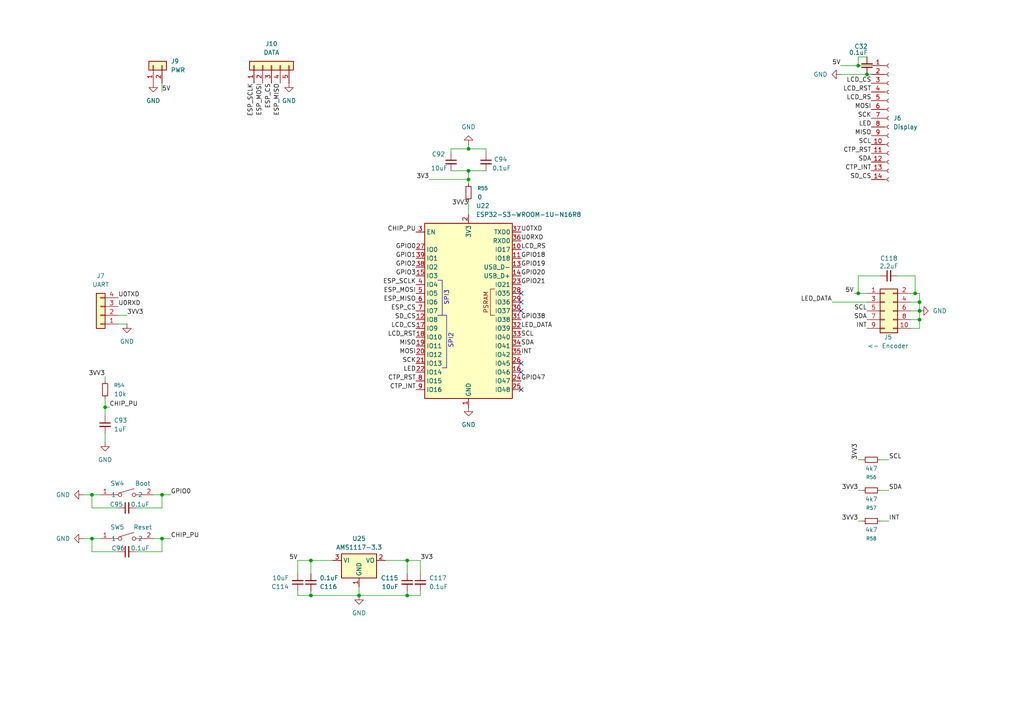
<source format=kicad_sch>
(kicad_sch (version 20250114) (generator "eeschema") (generator_version "9.0")
  (paper "A4")
  (lib_symbols
    (symbol "Connector:Conn_01x14_Socket" (pin_names (offset 1.016) (hide yes))
      (property "Reference" "J" (at 0 17.78 0))
      (property "Value" "Conn_01x14_Socket" (at 0 -20.32 0))
      (symbol "Conn_01x14_Socket_1_1"
        (polyline (pts (xy -1.27 15.24) (xy -0.508 15.24)) (stroke (width 0.1524)))
        (polyline (pts (xy -1.27 12.7) (xy -0.508 12.7)) (stroke (width 0.1524)))
        (polyline (pts (xy -1.27 10.16) (xy -0.508 10.16)) (stroke (width 0.1524)))
        (polyline (pts (xy -1.27 7.62) (xy -0.508 7.62)) (stroke (width 0.1524)))
        (polyline (pts (xy -1.27 5.08) (xy -0.508 5.08)) (stroke (width 0.1524)))
        (polyline (pts (xy -1.27 2.54) (xy -0.508 2.54)) (stroke (width 0.1524)))
        (polyline (pts (xy -1.27 0) (xy -0.508 0)) (stroke (width 0.1524)))
        (polyline (pts (xy -1.27 -2.54) (xy -0.508 -2.54)) (stroke (width 0.1524)))
        (polyline (pts (xy -1.27 -5.08) (xy -0.508 -5.08)) (stroke (width 0.1524)))
        (polyline (pts (xy -1.27 -7.62) (xy -0.508 -7.62)) (stroke (width 0.1524)))
        (polyline (pts (xy -1.27 -10.16) (xy -0.508 -10.16)) (stroke (width 0.1524)))
        (polyline (pts (xy -1.27 -12.7) (xy -0.508 -12.7)) (stroke (width 0.1524)))
        (polyline (pts (xy -1.27 -15.24) (xy -0.508 -15.24)) (stroke (width 0.1524)))
        (polyline (pts (xy -1.27 -17.78) (xy -0.508 -17.78)) (stroke (width 0.1524)))
        (arc (start 0 14.732) (mid -0.5058 15.24) (end 0 15.748) (stroke (width 0.1524)))
        (arc (start 0 12.192) (mid -0.5058 12.7) (end 0 13.208) (stroke (width 0.1524)))
        (arc (start 0 9.652) (mid -0.5058 10.16) (end 0 10.668) (stroke (width 0.1524)))
        (arc (start 0 7.112) (mid -0.5058 7.62) (end 0 8.128) (stroke (width 0.1524)))
        (arc (start 0 4.572) (mid -0.5058 5.08) (end 0 5.588) (stroke (width 0.1524)))
        (arc (start 0 2.032) (mid -0.5058 2.54) (end 0 3.048) (stroke (width 0.1524)))
        (arc (start 0 -0.508) (mid -0.5058 0) (end 0 0.508) (stroke (width 0.1524)))
        (arc (start 0 -3.048) (mid -0.5058 -2.54) (end 0 -2.032) (stroke (width 0.1524)))
        (arc (start 0 -5.588) (mid -0.5058 -5.08) (end 0 -4.572) (stroke (width 0.1524)))
        (arc (start 0 -8.128) (mid -0.5058 -7.62) (end 0 -7.112) (stroke (width 0.1524)))
        (arc (start 0 -10.668) (mid -0.5058 -10.16) (end 0 -9.652) (stroke (width 0.1524)))
        (arc (start 0 -13.208) (mid -0.5058 -12.7) (end 0 -12.192) (stroke (width 0.1524)))
        (arc (start 0 -15.748) (mid -0.5058 -15.24) (end 0 -14.732) (stroke (width 0.1524)))
        (arc (start 0 -18.288) (mid -0.5058 -17.78) (end 0 -17.272) (stroke (width 0.1524)))
        (pin passive line (at -5.08 15.24 0) (length 3.81) (name "Pin_1") (number "1"))
        (pin passive line (at -5.08 12.7 0) (length 3.81) (name "Pin_2") (number "2"))
        (pin passive line (at -5.08 10.16 0) (length 3.81) (name "Pin_3") (number "3"))
        (pin passive line (at -5.08 7.62 0) (length 3.81) (name "Pin_4") (number "4"))
        (pin passive line (at -5.08 5.08 0) (length 3.81) (name "Pin_5") (number "5"))
        (pin passive line (at -5.08 2.54 0) (length 3.81) (name "Pin_6") (number "6"))
        (pin passive line (at -5.08 0 0) (length 3.81) (name "Pin_7") (number "7"))
        (pin passive line (at -5.08 -2.54 0) (length 3.81) (name "Pin_8") (number "8"))
        (pin passive line (at -5.08 -5.08 0) (length 3.81) (name "Pin_9") (number "9"))
        (pin passive line (at -5.08 -7.62 0) (length 3.81) (name "Pin_10") (number "10"))
        (pin passive line (at -5.08 -10.16 0) (length 3.81) (name "Pin_11") (number "11"))
        (pin passive line (at -5.08 -12.7 0) (length 3.81) (name "Pin_12") (number "12"))
        (pin passive line (at -5.08 -15.24 0) (length 3.81) (name "Pin_13") (number "13"))
        (pin passive line (at -5.08 -17.78 0) (length 3.81) (name "Pin_14") (number "14"))
      )
    )
    (symbol "Connector_Generic:Conn_01x02" (pin_names (offset 1.016) (hide yes))
      (property "Reference" "J" (at 0 2.54 0))
      (property "Value" "Conn_01x02" (at 0 -5.08 0))
      (symbol "Conn_01x02_1_1"
        (rectangle (start -1.27 1.27) (end 1.27 -3.81) (stroke (width 0.254)) (fill (type background)))
        (rectangle (start -1.27 0.127) (end 0 -0.127) (stroke (width 0.1524)))
        (rectangle (start -1.27 -2.413) (end 0 -2.667) (stroke (width 0.1524)))
        (pin passive line (at -5.08 0 0) (length 3.81) (name "Pin_1") (number "1"))
        (pin passive line (at -5.08 -2.54 0) (length 3.81) (name "Pin_2") (number "2"))
      )
    )
    (symbol "Connector_Generic:Conn_01x04" (pin_names (offset 1.016) (hide yes))
      (property "Reference" "J" (at 0 5.08 0))
      (property "Value" "Conn_01x04" (at 0 -7.62 0))
      (symbol "Conn_01x04_1_1"
        (rectangle (start -1.27 3.81) (end 1.27 -6.35) (stroke (width 0.254)) (fill (type background)))
        (rectangle (start -1.27 2.667) (end 0 2.413) (stroke (width 0.1524)))
        (rectangle (start -1.27 0.127) (end 0 -0.127) (stroke (width 0.1524)))
        (rectangle (start -1.27 -2.413) (end 0 -2.667) (stroke (width 0.1524)))
        (rectangle (start -1.27 -4.953) (end 0 -5.207) (stroke (width 0.1524)))
        (pin passive line (at -5.08 2.54 0) (length 3.81) (name "Pin_1") (number "1"))
        (pin passive line (at -5.08 0 0) (length 3.81) (name "Pin_2") (number "2"))
        (pin passive line (at -5.08 -2.54 0) (length 3.81) (name "Pin_3") (number "3"))
        (pin passive line (at -5.08 -5.08 0) (length 3.81) (name "Pin_4") (number "4"))
      )
    )
    (symbol "Connector_Generic:Conn_01x05" (pin_names (offset 1.016) (hide yes))
      (property "Reference" "J" (at 0 7.62 0))
      (property "Value" "Conn_01x05" (at 0 -7.62 0))
      (symbol "Conn_01x05_1_1"
        (rectangle (start -1.27 6.35) (end 1.27 -6.35) (stroke (width 0.254)) (fill (type background)))
        (rectangle (start -1.27 5.207) (end 0 4.953) (stroke (width 0.1524)))
        (rectangle (start -1.27 2.667) (end 0 2.413) (stroke (width 0.1524)))
        (rectangle (start -1.27 0.127) (end 0 -0.127) (stroke (width 0.1524)))
        (rectangle (start -1.27 -2.413) (end 0 -2.667) (stroke (width 0.1524)))
        (rectangle (start -1.27 -4.953) (end 0 -5.207) (stroke (width 0.1524)))
        (pin passive line (at -5.08 5.08 0) (length 3.81) (name "Pin_1") (number "1"))
        (pin passive line (at -5.08 2.54 0) (length 3.81) (name "Pin_2") (number "2"))
        (pin passive line (at -5.08 0 0) (length 3.81) (name "Pin_3") (number "3"))
        (pin passive line (at -5.08 -2.54 0) (length 3.81) (name "Pin_4") (number "4"))
        (pin passive line (at -5.08 -5.08 0) (length 3.81) (name "Pin_5") (number "5"))
      )
    )
    (symbol "Connector_Generic:Conn_02x05_Odd_Even" (pin_names (offset 1.016) (hide yes))
      (property "Reference" "J" (at 1.27 7.62 0))
      (property "Value" "Conn_02x05_Odd_Even" (at 1.27 -7.62 0))
      (symbol "Conn_02x05_Odd_Even_1_1"
        (rectangle (start -1.27 6.35) (end 3.81 -6.35) (stroke (width 0.254)) (fill (type background)))
        (rectangle (start -1.27 5.207) (end 0 4.953) (stroke (width 0.1524)))
        (rectangle (start -1.27 2.667) (end 0 2.413) (stroke (width 0.1524)))
        (rectangle (start -1.27 0.127) (end 0 -0.127) (stroke (width 0.1524)))
        (rectangle (start -1.27 -2.413) (end 0 -2.667) (stroke (width 0.1524)))
        (rectangle (start -1.27 -4.953) (end 0 -5.207) (stroke (width 0.1524)))
        (rectangle (start 3.81 5.207) (end 2.54 4.953) (stroke (width 0.1524)))
        (rectangle (start 3.81 2.667) (end 2.54 2.413) (stroke (width 0.1524)))
        (rectangle (start 3.81 0.127) (end 2.54 -0.127) (stroke (width 0.1524)))
        (rectangle (start 3.81 -2.413) (end 2.54 -2.667) (stroke (width 0.1524)))
        (rectangle (start 3.81 -4.953) (end 2.54 -5.207) (stroke (width 0.1524)))
        (pin passive line (at -5.08 5.08 0) (length 3.81) (name "Pin_1") (number "1"))
        (pin passive line (at -5.08 2.54 0) (length 3.81) (name "Pin_3") (number "3"))
        (pin passive line (at -5.08 0 0) (length 3.81) (name "Pin_5") (number "5"))
        (pin passive line (at -5.08 -2.54 0) (length 3.81) (name "Pin_7") (number "7"))
        (pin passive line (at -5.08 -5.08 0) (length 3.81) (name "Pin_9") (number "9"))
        (pin passive line (at 7.62 5.08 180) (length 3.81) (name "Pin_2") (number "2"))
        (pin passive line (at 7.62 2.54 180) (length 3.81) (name "Pin_4") (number "4"))
        (pin passive line (at 7.62 0 180) (length 3.81) (name "Pin_6") (number "6"))
        (pin passive line (at 7.62 -2.54 180) (length 3.81) (name "Pin_8") (number "8"))
        (pin passive line (at 7.62 -5.08 180) (length 3.81) (name "Pin_10") (number "10"))
      )
    )
    (symbol "Device:C_Small" (pin_numbers (hide yes)) (pin_names (offset 0.254) (hide yes))
      (property "Reference" "C" (at 0.254 1.778 0))
      (property "Value" "C_Small" (at 0.254 -2.032 0))
      (symbol "C_Small_0_1"
        (polyline (pts (xy -1.524 0.508) (xy 1.524 0.508)) (stroke (width 0.3048)))
        (polyline (pts (xy -1.524 -0.508) (xy 1.524 -0.508)) (stroke (width 0.3302)))
      )
      (symbol "C_Small_1_1"
        (pin passive line (at 0 2.54 270) (length 2.032) (name "~") (number "1"))
        (pin passive line (at 0 -2.54 90) (length 2.032) (name "~") (number "2"))
      )
    )
    (symbol "Device:R_Small" (pin_numbers (hide yes)) (pin_names (offset 0.254) (hide yes))
      (property "Reference" "R" (at 0 0 90))
      (property "Value" "R_Small" (at 1.778 0 90))
      (symbol "R_Small_0_1"
        (rectangle (start -0.762 1.778) (end 0.762 -1.778) (stroke (width 0.2032)))
      )
      (symbol "R_Small_1_1"
        (pin passive line (at 0 2.54 270) (length 0.762) (name "~") (number "1"))
        (pin passive line (at 0 -2.54 90) (length 0.762) (name "~") (number "2"))
      )
    )
    (symbol "RF_Module:ESP32-S3-WROOM-1"
      (property "Reference" "U" (at -12.7 26.67 0))
      (property "Value" "ESP32-S3-WROOM-1" (at 12.7 26.67 0))
      (symbol "ESP32-S3-WROOM-1_0_0"
        (rectangle (start -12.7 25.4) (end 12.7 -25.4) (stroke (width 0.254)) (fill (type background)))
        (text "PSRAM" (at 5.08 2.54 900) (effects (font (size 1.27 1.27))))
      )
      (symbol "ESP32-S3-WROOM-1_0_1"
        (polyline (pts (xy 7.62 -1.27) (xy 6.35 -1.27) (xy 6.35 6.35) (xy 7.62 6.35)))
      )
      (symbol "ESP32-S3-WROOM-1_1_1"
        (pin input line (at -15.24 22.86 0) (length 2.54) (name "EN") (number "3"))
        (pin bidirectional line (at -15.24 17.78 0) (length 2.54) (name "IO0") (number "27"))
        (pin bidirectional line (at -15.24 15.24 0) (length 2.54) (name "IO1") (number "39"))
        (pin bidirectional line (at -15.24 12.7 0) (length 2.54) (name "IO2") (number "38"))
        (pin bidirectional line (at -15.24 10.16 0) (length 2.54) (name "IO3") (number "15"))
        (pin bidirectional line (at -15.24 7.62 0) (length 2.54) (name "IO4") (number "4"))
        (pin bidirectional line (at -15.24 5.08 0) (length 2.54) (name "IO5") (number "5"))
        (pin bidirectional line (at -15.24 2.54 0) (length 2.54) (name "IO6") (number "6"))
        (pin bidirectional line (at -15.24 0 0) (length 2.54) (name "IO7") (number "7"))
        (pin bidirectional line (at -15.24 -2.54 0) (length 2.54) (name "IO8") (number "12"))
        (pin bidirectional line (at -15.24 -5.08 0) (length 2.54) (name "IO9") (number "17"))
        (pin bidirectional line (at -15.24 -7.62 0) (length 2.54) (name "IO10") (number "18"))
        (pin bidirectional line (at -15.24 -10.16 0) (length 2.54) (name "IO11") (number "19"))
        (pin bidirectional line (at -15.24 -12.7 0) (length 2.54) (name "IO12") (number "20"))
        (pin bidirectional line (at -15.24 -15.24 0) (length 2.54) (name "IO13") (number "21"))
        (pin bidirectional line (at -15.24 -17.78 0) (length 2.54) (name "IO14") (number "22"))
        (pin bidirectional line (at -15.24 -20.32 0) (length 2.54) (name "IO15") (number "8"))
        (pin bidirectional line (at -15.24 -22.86 0) (length 2.54) (name "IO16") (number "9"))
        (pin power_in line (at 0 27.94 270) (length 2.54) (name "3V3") (number "2"))
        (pin power_in line (at 0 -27.94 90) (length 2.54) (name "GND") (number "1"))
        (pin passive line (at 0 -27.94 90) (length 2.54) (hide yes) (name "GND") (number "40"))
        (pin passive line (at 0 -27.94 90) (length 2.54) (hide yes) (name "GND") (number "41"))
        (pin bidirectional line (at 15.24 22.86 180) (length 2.54) (name "TXD0") (number "37"))
        (pin bidirectional line (at 15.24 20.32 180) (length 2.54) (name "RXD0") (number "36"))
        (pin bidirectional line (at 15.24 17.78 180) (length 2.54) (name "IO17") (number "10"))
        (pin bidirectional line (at 15.24 15.24 180) (length 2.54) (name "IO18") (number "11"))
        (pin bidirectional line (at 15.24 12.7 180) (length 2.54) (name "USB_D-") (number "13"))
        (pin bidirectional line (at 15.24 10.16 180) (length 2.54) (name "USB_D+") (number "14"))
        (pin bidirectional line (at 15.24 7.62 180) (length 2.54) (name "IO21") (number "23"))
        (pin bidirectional line (at 15.24 5.08 180) (length 2.54) (name "IO35") (number "28"))
        (pin bidirectional line (at 15.24 2.54 180) (length 2.54) (name "IO36") (number "29"))
        (pin bidirectional line (at 15.24 0 180) (length 2.54) (name "IO37") (number "30"))
        (pin bidirectional line (at 15.24 -2.54 180) (length 2.54) (name "IO38") (number "31"))
        (pin bidirectional line (at 15.24 -5.08 180) (length 2.54) (name "IO39") (number "32"))
        (pin bidirectional line (at 15.24 -7.62 180) (length 2.54) (name "IO40") (number "33"))
        (pin bidirectional line (at 15.24 -10.16 180) (length 2.54) (name "IO41") (number "34"))
        (pin bidirectional line (at 15.24 -12.7 180) (length 2.54) (name "IO42") (number "35"))
        (pin bidirectional line (at 15.24 -15.24 180) (length 2.54) (name "IO45") (number "26"))
        (pin bidirectional line (at 15.24 -17.78 180) (length 2.54) (name "IO46") (number "16"))
        (pin bidirectional line (at 15.24 -20.32 180) (length 2.54) (name "IO47") (number "24"))
        (pin bidirectional line (at 15.24 -22.86 180) (length 2.54) (name "IO48") (number "25"))
      )
    )
    (symbol "Regulator_Linear:AMS1117-3.3"
      (property "Reference" "U" (at -3.81 3.175 0))
      (property "Value" "AMS1117-3.3" (at 0 3.175 0))
      (symbol "AMS1117-3.3_0_1"
        (rectangle (start -5.08 -5.08) (end 5.08 1.905) (stroke (width 0.254)) (fill (type background)))
      )
      (symbol "AMS1117-3.3_1_1"
        (pin power_in line (at -7.62 0 0) (length 2.54) (name "VI") (number "3"))
        (pin power_in line (at 0 -7.62 90) (length 2.54) (name "GND") (number "1"))
        (pin power_out line (at 7.62 0 180) (length 2.54) (name "VO") (number "2"))
      )
    )
    (symbol "easyeda2kicad:TS-1088-AR02016"
      (property "Reference" "SW" (at 0 5.08 0))
      (property "Value" "TS-1088-AR02016" (at 0 -5.08 0))
      (symbol "TS-1088-AR02016_0_1"
        (polyline (pts (xy -5.08 0) (xy -2.54 0)))
        (polyline (pts (xy -2.29 0.51) (xy 2.03 1.78)))
        (circle (center -2.03 0) (radius 0.51))
        (circle (center 2.03 0) (radius 0.51))
        (polyline (pts (xy 5.08 0) (xy 2.54 0)))
        (pin unspecified line (at -7.62 0 0) (length 2.54) (name "1") (number "1"))
        (pin unspecified line (at 7.62 0 180) (length 2.54) (name "2") (number "2"))
      )
    )
    (symbol "power:GND" (power) (pin_numbers (hide yes)) (pin_names (offset 0) (hide yes))
      (property "Value" "GND" (at 0 -3.81 0))
      (symbol "GND_0_1"
        (polyline (pts (xy 0 0) (xy 0 -1.27) (xy 1.27 -1.27) (xy 0 -2.54) (xy -1.27 -1.27) (xy 0 -1.27)))
      )
      (symbol "GND_1_1"
        (pin power_in line (at 0 0 270) (length 0) (name "~") (number "1"))
      )
    )
  )
  (text "SPI2" (at 130.81 98.806 90) (effects (font (size 1.27 1.27))))
  (text "SPI3" (at 129.54 86.36 90) (effects (font (size 1.27 1.27))))
  (junction (at 266.7 92.71))
  (junction (at 46.99 156.21))
  (junction (at 135.89 49.53))
  (junction (at 26.67 143.51))
  (junction (at 135.89 43.18))
  (junction (at 118.11 162.56))
  (junction (at 248.92 19.05))
  (junction (at 265.43 85.09))
  (junction (at 104.14 172.72))
  (junction (at 118.11 172.72))
  (junction (at 26.67 156.21))
  (junction (at 266.7 90.17))
  (junction (at 46.99 143.51))
  (junction (at 90.17 162.56))
  (junction (at 30.48 118.11))
  (junction (at 266.7 87.63))
  (junction (at 248.92 85.09))
  (junction (at 90.17 172.72))
  (junction (at 135.89 52.07))
  (junction (at 251.46 21.59))
  (no_connect (at 151.13 85.09))
  (no_connect (at 151.13 113.03))
  (no_connect (at 151.13 87.63))
  (no_connect (at 151.13 90.17))
  (no_connect (at 151.13 105.41))
  (no_connect (at 151.13 107.95))
  (wire (pts (xy 241.3 87.63) (xy 251.46 87.63)))
  (wire (pts (xy 90.17 162.56) (xy 96.52 162.56)))
  (wire (pts (xy 39.37 147.32) (xy 46.99 147.32)))
  (wire (pts (xy 26.67 156.21) (xy 29.21 156.21)))
  (wire (pts (xy 248.92 80.01) (xy 255.27 80.01)))
  (wire (pts (xy 248.92 142.24) (xy 250.19 142.24)))
  (wire (pts (xy 46.99 156.21) (xy 44.45 156.21)))
  (wire (pts (xy 255.27 133.35) (xy 257.81 133.35)))
  (wire (pts (xy 248.92 85.09) (xy 251.46 85.09)))
  (wire (pts (xy 130.81 43.18) (xy 135.89 43.18)))
  (wire (pts (xy 135.89 58.42) (xy 135.89 62.23)))
  (wire (pts (xy 266.7 95.25) (xy 264.16 95.25)))
  (wire (pts (xy 255.27 151.13) (xy 257.81 151.13)))
  (wire (pts (xy 248.92 151.13) (xy 250.19 151.13)))
  (wire (pts (xy 46.99 160.02) (xy 46.99 156.21)))
  (polyline (pts (xy 129.54 91.44) (xy 127 91.44)))
  (wire (pts (xy 34.29 160.02) (xy 26.67 160.02)))
  (wire (pts (xy 248.92 19.05) (xy 252.73 19.05)))
  (wire (pts (xy 30.48 118.11) (xy 30.48 115.57)))
  (wire (pts (xy 130.81 49.53) (xy 135.89 49.53)))
  (wire (pts (xy 135.89 43.18) (xy 135.89 41.91)))
  (wire (pts (xy 30.48 125.73) (xy 30.48 128.27)))
  (wire (pts (xy 266.7 90.17) (xy 264.16 90.17)))
  (wire (pts (xy 111.76 162.56) (xy 118.11 162.56)))
  (wire (pts (xy 118.11 172.72) (xy 121.92 172.72)))
  (wire (pts (xy 26.67 160.02) (xy 26.67 156.21)))
  (wire (pts (xy 266.7 92.71) (xy 266.7 90.17)))
  (wire (pts (xy 24.13 156.21) (xy 26.67 156.21)))
  (wire (pts (xy 86.36 162.56) (xy 90.17 162.56)))
  (wire (pts (xy 265.43 85.09) (xy 265.43 80.01)))
  (wire (pts (xy 265.43 80.01) (xy 260.35 80.01)))
  (wire (pts (xy 86.36 172.72) (xy 86.36 171.45)))
  (wire (pts (xy 135.89 43.18) (xy 140.97 43.18)))
  (wire (pts (xy 264.16 87.63) (xy 266.7 87.63)))
  (wire (pts (xy 248.92 85.09) (xy 248.92 80.01)))
  (wire (pts (xy 264.16 92.71) (xy 266.7 92.71)))
  (wire (pts (xy 265.43 85.09) (xy 266.7 85.09)))
  (wire (pts (xy 243.84 19.05) (xy 248.92 19.05)))
  (wire (pts (xy 118.11 171.45) (xy 118.11 172.72)))
  (polyline (pts (xy 128.27 106.68) (xy 129.54 106.68)))
  (wire (pts (xy 46.99 147.32) (xy 46.99 143.51)))
  (wire (pts (xy 255.27 142.24) (xy 257.81 142.24)))
  (wire (pts (xy 90.17 172.72) (xy 104.14 172.72)))
  (wire (pts (xy 46.99 143.51) (xy 44.45 143.51)))
  (wire (pts (xy 118.11 166.37) (xy 118.11 162.56)))
  (wire (pts (xy 266.7 92.71) (xy 266.7 95.25)))
  (wire (pts (xy 121.92 172.72) (xy 121.92 171.45)))
  (wire (pts (xy 247.65 85.09) (xy 248.92 85.09)))
  (wire (pts (xy 135.89 49.53) (xy 140.97 49.53)))
  (wire (pts (xy 104.14 172.72) (xy 104.14 170.18)))
  (wire (pts (xy 30.48 109.22) (xy 30.48 110.49)))
  (wire (pts (xy 135.89 52.07) (xy 135.89 53.34)))
  (wire (pts (xy 266.7 85.09) (xy 266.7 87.63)))
  (wire (pts (xy 90.17 172.72) (xy 90.17 171.45)))
  (wire (pts (xy 243.84 21.59) (xy 251.46 21.59)))
  (polyline (pts (xy 127 91.44) (xy 128.27 91.44)))
  (wire (pts (xy 135.89 49.53) (xy 135.89 52.07)))
  (wire (pts (xy 130.81 43.18) (xy 130.81 44.45)))
  (wire (pts (xy 90.17 166.37) (xy 90.17 162.56)))
  (wire (pts (xy 251.46 21.59) (xy 252.73 21.59)))
  (wire (pts (xy 34.29 147.32) (xy 26.67 147.32)))
  (wire (pts (xy 124.46 52.07) (xy 135.89 52.07)))
  (wire (pts (xy 248.92 16.51) (xy 248.92 19.05)))
  (wire (pts (xy 26.67 147.32) (xy 26.67 143.51)))
  (wire (pts (xy 118.11 162.56) (xy 121.92 162.56)))
  (wire (pts (xy 264.16 85.09) (xy 265.43 85.09)))
  (wire (pts (xy 46.99 26.67) (xy 46.99 24.13)))
  (wire (pts (xy 121.92 162.56) (xy 121.92 166.37)))
  (wire (pts (xy 34.29 91.44) (xy 36.83 91.44)))
  (polyline (pts (xy 129.54 106.68) (xy 129.54 91.44)))
  (polyline (pts (xy 127 81.28) (xy 128.27 81.28)))
  (wire (pts (xy 248.92 133.35) (xy 250.19 133.35)))
  (wire (pts (xy 49.53 143.51) (xy 46.99 143.51)))
  (wire (pts (xy 104.14 172.72) (xy 118.11 172.72)))
  (wire (pts (xy 30.48 118.11) (xy 30.48 120.65)))
  (wire (pts (xy 49.53 156.21) (xy 46.99 156.21)))
  (wire (pts (xy 39.37 160.02) (xy 46.99 160.02)))
  (wire (pts (xy 26.67 143.51) (xy 29.21 143.51)))
  (wire (pts (xy 266.7 90.17) (xy 266.7 87.63)))
  (wire (pts (xy 86.36 172.72) (xy 90.17 172.72)))
  (wire (pts (xy 251.46 16.51) (xy 248.92 16.51)))
  (wire (pts (xy 31.75 118.11) (xy 30.48 118.11)))
  (wire (pts (xy 86.36 166.37) (xy 86.36 162.56)))
  (wire (pts (xy 140.97 43.18) (xy 140.97 44.45)))
  (wire (pts (xy 34.29 93.98) (xy 36.83 93.98)))
  (polyline (pts (xy 128.27 91.44) (xy 128.27 81.28)))
  (wire (pts (xy 24.13 143.51) (xy 26.67 143.51)))
  (label "SCK" (at 252.73 34.29 180))
  (label "5V" (at 243.84 19.05 180))
  (label "3VV3" (at 248.92 151.13 180))
  (label "SDA" (at 151.13 100.33 0))
  (label "GPIO0" (at 49.53 143.51 0))
  (label "CHIP_PU" (at 31.75 118.11 0))
  (label "GPIO3" (at 120.65 80.01 180))
  (label "GPIO47" (at 151.13 110.49 0))
  (label "SD_CS" (at 252.73 52.07 180))
  (label "GPIO0" (at 120.65 72.39 180))
  (label "GPIO2" (at 120.65 77.47 180))
  (label "CHIP_PU" (at 49.53 156.21 0))
  (label "LCD_RST" (at 120.65 97.79 180))
  (label "MOSI" (at 252.73 31.75 180))
  (label "SD_CS" (at 120.65 92.71 180))
  (label "CTP_RST" (at 252.73 44.45 180))
  (label "LED_DATA" (at 151.13 95.25 0))
  (label "ESP_MISO" (at 120.65 87.63 180))
  (label "ESP_CS" (at 120.65 90.17 180))
  (label "U0TXD" (at 151.13 67.31 0))
  (label "ESP_CS" (at 78.74 24.13 270))
  (label "INT" (at 251.46 95.25 180))
  (label "ESP_SCLK" (at 120.65 82.55 180))
  (label "5V" (at 46.99 26.67 0))
  (label "3V3" (at 124.46 52.07 180))
  (label "CTP_INT" (at 252.73 49.53 180))
  (label "5V" (at 247.65 85.09 180))
  (label "LCD_CS" (at 252.73 24.13 180))
  (label "LCD_RS" (at 252.73 29.21 180))
  (label "MOSI" (at 120.65 102.87 180))
  (label "SCL" (at 151.13 97.79 0))
  (label "INT" (at 257.81 151.13 0))
  (label "LED_DATA" (at 241.3 87.63 180))
  (label "SCL" (at 257.81 133.35 0))
  (label "ESP_MOSI" (at 120.65 85.09 180))
  (label "U0RXD" (at 151.13 69.85 0))
  (label "GPIO1" (at 120.65 74.93 180))
  (label "3VV3" (at 36.83 91.44 0))
  (label "LCD_RST" (at 252.73 26.67 180))
  (label "LCD_CS" (at 120.65 95.25 180))
  (label "3VV3" (at 30.48 109.22 180))
  (label "SDA" (at 257.81 142.24 0))
  (label "3VV3" (at 248.92 133.35 90))
  (label "GPIO20" (at 151.13 80.01 0))
  (label "SCL" (at 251.46 90.17 180))
  (label "ESP_MOSI" (at 76.2 24.13 270))
  (label "3V3" (at 121.92 162.56 0))
  (label "SCK" (at 120.65 105.41 180))
  (label "5V" (at 86.36 162.56 180))
  (label "U0RXD" (at 34.29 88.9 0))
  (label "U0TXD" (at 34.29 86.36 0))
  (label "LED" (at 252.73 36.83 180))
  (label "GPIO38" (at 151.13 92.71 0))
  (label "INT" (at 151.13 102.87 0))
  (label "CHIP_PU" (at 120.65 67.31 180))
  (label "ESP_SCLK" (at 73.66 24.13 270))
  (label "LCD_RS" (at 151.13 72.39 0))
  (label "3VV3" (at 135.89 59.69 180))
  (label "3VV3" (at 248.92 142.24 180))
  (label "SCL" (at 252.73 41.91 180))
  (label "GPIO18" (at 151.13 74.93 0))
  (label "CTP_RST" (at 120.65 110.49 180))
  (label "SDA" (at 251.46 92.71 180))
  (label "GPIO19" (at 151.13 77.47 0))
  (label "LED" (at 120.65 107.95 180))
  (label "ESP_MISO" (at 81.28 24.13 270))
  (label "GPIO21" (at 151.13 82.55 0))
  (label "MISO" (at 120.65 100.33 180))
  (label "CTP_INT" (at 120.65 113.03 180))
  (label "MISO" (at 252.73 39.37 180))
  (label "SDA" (at 252.73 46.99 180))
  (symbol (lib_id "Device:C_Small") (at 86.36 168.91 180) (unit 1)
    (property "Reference" "C4" (at 83.82 170.1738 0) (effects (justify left)))
    (property "Value" "10uF" (at 83.82 167.6338 0) (effects (justify left)))
    (property "Footprint" "Capacitor_SMD:C_0805_2012Metric" (effects (hide yes)))
    (property "Description" "Unpolarized capacitor, small symbol" (effects (hide yes)))
    (instances (project "" (path "" (reference "C114") (unit 1))) (project "hid" (path "" (reference "C4") (unit 1))))
  )
  (symbol (lib_id "Device:C_Small") (at 30.48 123.19 0) (unit 1)
    (property "Reference" "C1" (at 33.02 121.9262 0) (effects (justify left)))
    (property "Value" "1uF" (at 33.02 124.4662 0) (effects (justify left)))
    (property "Footprint" "Capacitor_SMD:C_0603_1608Metric" (effects (hide yes)))
    (property "Description" "Unpolarized capacitor, small symbol" (effects (hide yes)))
    (instances (project "Tisch" (path "" (reference "C93") (unit 1))) (project "hid" (path "" (reference "C1") (unit 1))))
  )
  (symbol (lib_id "power:GND") (at 24.13 156.21 270) (unit 1)
    (property "Reference" "#PWR0103" (effects (hide yes)))
    (property "Value" "GND" (at 20.32 156.2099 90) (effects (justify right)))
    (property "Description" "Power symbol creates a global label with name \"GND\" , ground" (effects (hide yes)))
    (instances (project "Tisch" (path "" (reference "#PWR0126") (unit 1))) (project "hid" (path "" (reference "#PWR0103") (unit 1))))
  )
  (symbol (lib_id "Connector:Conn_01x14_Socket") (at 257.81 34.29 0) (unit 1)
    (property "Reference" "J5" (at 259.08 34.2899 0) (effects (justify left)))
    (property "Value" "Display" (at 259.08 36.8299 0) (effects (justify left)))
    (property "Footprint" "Connector_PinSocket_2.54mm:PinSocket_1x14_P2.54mm_Vertical" (effects (hide yes)))
    (property "Description" "Generic connector, single row, 01x14, script generated" (effects (hide yes)))
    (instances (project "" (path "" (reference "J6") (unit 1))) (project "hid" (path "" (reference "J5") (unit 1))))
  )
  (symbol (lib_id "Device:R_Small") (at 30.48 113.03 0) (unit 1)
    (property "Reference" "R1" (at 33.02 111.7599 0) (effects (font (size 1.016 1.016)) (justify left)))
    (property "Value" "10k" (at 33.02 114.2999 0) (effects (justify left)))
    (property "Footprint" "Resistor_SMD:R_0603_1608Metric" (effects (hide yes)))
    (property "Description" "Resistor, small symbol" (effects (hide yes)))
    (instances (project "Tisch" (path "" (reference "R54") (unit 1))) (project "hid" (path "" (reference "R1") (unit 1))))
  )
  (symbol (lib_id "Device:C_Small") (at 121.92 168.91 0) (unit 1)
    (property "Reference" "C7" (at 124.46 167.6462 0) (effects (justify left)))
    (property "Value" "0.1uF" (at 124.46 170.1862 0) (effects (justify left)))
    (property "Footprint" "Capacitor_SMD:C_0603_1608Metric" (effects (hide yes)))
    (property "Description" "Unpolarized capacitor, small symbol" (effects (hide yes)))
    (instances (project "" (path "" (reference "C117") (unit 1))) (project "hid" (path "" (reference "C7") (unit 1))))
  )
  (symbol (lib_id "Device:C_Small") (at 140.97 46.99 0) (unit 1)
    (property "Reference" "C9" (at 143.256 46.228 0) (effects (justify left)))
    (property "Value" "0.1uF" (at 142.748 48.768 0) (effects (justify left)))
    (property "Footprint" "Capacitor_SMD:C_0603_1608Metric" (effects (hide yes)))
    (property "Description" "Unpolarized capacitor, small symbol" (effects (hide yes)))
    (instances (project "Tisch" (path "" (reference "C94") (unit 1))) (project "hid" (path "" (reference "C9") (unit 1))))
  )
  (symbol (lib_id "easyeda2kicad:TS-1088-AR02016") (at 36.83 143.51 0) (unit 1)
    (property "Reference" "SW1" (at 34.036 140.208 0))
    (property "Value" "Boot" (at 41.402 140.208 0))
    (property "Footprint" "easyeda2kicad:SW-SMD_L3.9-W3.0-P4.45" (effects (hide yes)))
    (property "Datasheet" "https://lcsc.com/product-detail/Tactile-Switches_XUNPU-TS-1088-AR02016_C720477.html" (effects (hide yes)))
    (property "LCSC Part" "C720477" (effects (hide yes)))
    (instances (project "Tisch" (path "" (reference "SW4") (unit 1))) (project "hid" (path "" (reference "SW1") (unit 1))))
  )
  (symbol (lib_id "power:GND") (at 83.82 24.13 0) (unit 1)
    (property "Reference" "#PWR0109" (effects (hide yes)))
    (property "Value" "GND" (at 83.82 29.21 0))
    (property "Description" "Power symbol creates a global label with name \"GND\" , ground" (effects (hide yes)))
    (instances (project "" (path "" (reference "#PWR0132") (unit 1))) (project "hid" (path "" (reference "#PWR0109") (unit 1))))
  )
  (symbol (lib_id "Regulator_Linear:AMS1117-3.3") (at 104.14 162.56 0) (unit 1)
    (property "Reference" "U1" (at 104.14 156.21 0))
    (property "Value" "AMS1117-3.3" (at 104.14 158.75 0))
    (property "Footprint" "Package_TO_SOT_SMD:SOT-223-3_TabPin2" (effects (hide yes)))
    (property "Datasheet" "http://www.advanced-monolithic.com/pdf/ds1117.pdf" (effects (hide yes)))
    (property "Description" "1A Low Dropout regulator, positive, 3.3V fixed output, SOT-223" (effects (hide yes)))
    (instances (project "" (path "" (reference "U25") (unit 1))) (project "hid" (path "" (reference "U1") (unit 1))))
  )
  (symbol (lib_id "Connector_Generic:Conn_01x05") (at 78.74 19.05 90) (unit 1)
    (property "Reference" "J3" (at 78.74 12.7 90))
    (property "Value" "DATA" (at 78.74 15.24 90))
    (property "Footprint" "Connector_JST:JST_XH_B5B-XH-A_1x05_P2.50mm_Vertical" (effects (hide yes)))
    (property "Description" "Generic connector, single row, 01x05, script generated (kicad-library-utils/schlib/autogen/connector/)" (effects (hide yes)))
    (instances (project "" (path "" (reference "J10") (unit 1))) (project "hid" (path "" (reference "J3") (unit 1))))
  )
  (symbol (lib_id "power:GND") (at 36.83 93.98 0) (unit 1)
    (property "Reference" "#PWR0108" (effects (hide yes)))
    (property "Value" "GND" (at 36.83 99.06 0))
    (property "Description" "Power symbol creates a global label with name \"GND\" , ground" (effects (hide yes)))
    (instances (project "Tisch" (path "" (reference "#PWR0114") (unit 1))) (project "hid" (path "" (reference "#PWR0108") (unit 1))))
  )
  (symbol (lib_id "Connector_Generic:Conn_01x04") (at 29.21 91.44 180) (unit 1)
    (property "Reference" "J1" (at 29.21 80.01 0))
    (property "Value" "UART" (at 29.21 82.55 0))
    (property "Footprint" "Connector_PinHeader_2.54mm:PinHeader_1x04_P2.54mm_Vertical" (effects (hide yes)))
    (property "Description" "Generic connector, single row, 01x04, script generated (kicad-library-utils/schlib/autogen/connector/)" (effects (hide yes)))
    (instances (project "Tisch" (path "" (reference "J7") (unit 1))) (project "hid" (path "" (reference "J1") (unit 1))))
  )
  (symbol (lib_id "Device:C_Small") (at 36.83 160.02 90) (unit 1)
    (property "Reference" "C3" (at 34.29 159.004 90))
    (property "Value" "0.1uF" (at 40.64 159.004 90))
    (property "Footprint" "Capacitor_SMD:C_0603_1608Metric" (effects (hide yes)))
    (property "Description" "Unpolarized capacitor, small symbol" (effects (hide yes)))
    (instances (project "Tisch" (path "" (reference "C96") (unit 1))) (project "hid" (path "" (reference "C3") (unit 1))))
  )
  (symbol (lib_id "Device:C_Small") (at 118.11 168.91 0) (mirror y) (unit 1)
    (property "Reference" "C6" (at 115.57 167.6462 0) (effects (justify left)))
    (property "Value" "10uF" (at 115.57 170.1862 0) (effects (justify left)))
    (property "Footprint" "Capacitor_SMD:C_0805_2012Metric" (effects (hide yes)))
    (property "Description" "Unpolarized capacitor, small symbol" (effects (hide yes)))
    (instances (project "" (path "" (reference "C115") (unit 1))) (project "hid" (path "" (reference "C6") (unit 1))))
  )
  (symbol (lib_id "Device:R_Small") (at 135.89 55.88 0) (unit 1)
    (property "Reference" "R2" (at 138.43 54.6099 0) (effects (font (size 1.016 1.016)) (justify left)))
    (property "Value" "0" (at 138.43 57.1499 0) (effects (justify left)))
    (property "Footprint" "Resistor_SMD:R_0603_1608Metric" (effects (hide yes)))
    (property "Description" "Resistor, small symbol" (effects (hide yes)))
    (instances (project "Tisch" (path "" (reference "R55") (unit 1))) (project "hid" (path "" (reference "R2") (unit 1))))
  )
  (symbol (lib_id "Device:R_Small") (at 252.73 142.24 90) (mirror x) (unit 1)
    (property "Reference" "R4" (at 252.73 147.32 90) (effects (font (size 1.016 1.016))))
    (property "Value" "4k7" (at 252.73 144.78 90))
    (property "Footprint" "Resistor_SMD:R_0603_1608Metric" (effects (hide yes)))
    (property "Description" "Resistor, small symbol" (effects (hide yes)))
    (instances (project "" (path "" (reference "R57") (unit 1))) (project "hid" (path "" (reference "R4") (unit 1))))
  )
  (symbol (lib_id "easyeda2kicad:TS-1088-AR02016") (at 36.83 156.21 0) (unit 1)
    (property "Reference" "SW2" (at 34.036 152.908 0))
    (property "Value" "Reset" (at 41.402 152.908 0))
    (property "Footprint" "easyeda2kicad:SW-SMD_L3.9-W3.0-P4.45" (effects (hide yes)))
    (property "Datasheet" "https://lcsc.com/product-detail/Tactile-Switches_XUNPU-TS-1088-AR02016_C720477.html" (effects (hide yes)))
    (property "LCSC Part" "C720477" (effects (hide yes)))
    (instances (project "Tisch" (path "" (reference "SW5") (unit 1))) (project "hid" (path "" (reference "SW2") (unit 1))))
  )
  (symbol (lib_id "power:GND") (at 135.89 118.11 0) (unit 1)
    (property "Reference" "#PWR0107" (effects (hide yes)))
    (property "Value" "GND" (at 135.89 123.19 0))
    (property "Description" "Power symbol creates a global label with name \"GND\" , ground" (effects (hide yes)))
    (instances (project "Tisch" (path "" (reference "#PWR0124") (unit 1))) (project "hid" (path "" (reference "#PWR0107") (unit 1))))
  )
  (symbol (lib_id "Device:C_Small") (at 251.46 19.05 180) (unit 1)
    (property "Reference" "C32" (at 251.714 13.462 0) (effects (justify left)))
    (property "Value" "0.1uF" (at 251.714 15.24 0) (effects (justify left)))
    (property "Footprint" "Capacitor_SMD:C_0603_1608Metric" (effects (hide yes)))
    (property "Description" "Unpolarized capacitor, small symbol" (effects (hide yes)))
  )
  (symbol (lib_id "Device:C_Small") (at 257.81 80.01 90) (unit 1)
    (property "Reference" "C10" (at 257.81 74.93 90))
    (property "Value" "2.2uF" (at 257.81 77.216 90))
    (property "Footprint" "Capacitor_SMD:C_0603_1608Metric" (effects (hide yes)))
    (property "Description" "Unpolarized capacitor, small symbol" (effects (hide yes)))
    (instances (project "Tisch" (path "" (reference "C118") (unit 1))) (project "hid" (path "" (reference "C10") (unit 1))))
  )
  (symbol (lib_id "Device:R_Small") (at 252.73 151.13 90) (mirror x) (unit 1)
    (property "Reference" "R5" (at 252.73 156.21 90) (effects (font (size 1.016 1.016))))
    (property "Value" "4k7" (at 252.73 153.67 90))
    (property "Footprint" "Resistor_SMD:R_0603_1608Metric" (effects (hide yes)))
    (property "Description" "Resistor, small symbol" (effects (hide yes)))
    (instances (project "Tisch" (path "" (reference "R58") (unit 1))) (project "hid" (path "" (reference "R5") (unit 1))))
  )
  (symbol (lib_id "Device:R_Small") (at 252.73 133.35 90) (mirror x) (unit 1)
    (property "Reference" "R3" (at 252.73 138.43 90) (effects (font (size 1.016 1.016))))
    (property "Value" "4k7" (at 252.73 135.89 90))
    (property "Footprint" "Resistor_SMD:R_0603_1608Metric" (effects (hide yes)))
    (property "Description" "Resistor, small symbol" (effects (hide yes)))
    (instances (project "" (path "" (reference "R56") (unit 1))) (project "hid" (path "" (reference "R3") (unit 1))))
  )
  (symbol (lib_id "power:GND") (at 44.45 24.13 0) (unit 1)
    (property "Reference" "#PWR0110" (effects (hide yes)))
    (property "Value" "GND" (at 44.45 29.21 0))
    (property "Description" "Power symbol creates a global label with name \"GND\" , ground" (effects (hide yes)))
    (instances (project "" (path "" (reference "#PWR0130") (unit 1))) (project "hid" (path "" (reference "#PWR0110") (unit 1))))
  )
  (symbol (lib_id "Connector_Generic:Conn_02x05_Odd_Even") (at 256.54 90.17 0) (unit 1)
    (property "Reference" "J4" (at 257.556 97.79 0))
    (property "Value" "<- Encoder" (at 257.556 100.33 0))
    (property "Footprint" "Connector_JST:JST_PHD_B10B-PHDSS_2x05_P2.00mm_Vertical" (effects (hide yes)))
    (property "Description" "Generic connector, double row, 02x05, odd/even pin numbering scheme (row 1 odd numbers, row 2 even numbers), script generated (kicad-library-utils/schlib/autogen/connector/)" (effects (hide yes)))
    (property "LCSC" "C471519" (effects (hide yes)))
    (instances (project "Tisch" (path "" (reference "J5") (unit 1))) (project "hid" (path "" (reference "J4") (unit 1))))
  )
  (symbol (lib_id "Device:C_Small") (at 36.83 147.32 90) (unit 1)
    (property "Reference" "C2" (at 33.782 146.304 90))
    (property "Value" "0.1uF" (at 40.64 146.304 90))
    (property "Footprint" "Capacitor_SMD:C_0603_1608Metric" (effects (hide yes)))
    (property "Description" "Unpolarized capacitor, small symbol" (effects (hide yes)))
    (instances (project "Tisch" (path "" (reference "C95") (unit 1))) (project "hid" (path "" (reference "C2") (unit 1))))
  )
  (symbol (lib_id "power:GND") (at 243.84 21.59 270) (unit 1)
    (property "Reference" "#PWR0111" (effects (hide yes)))
    (property "Value" "GND" (at 240.03 21.5899 90) (effects (justify right)))
    (property "Description" "Power symbol creates a global label with name \"GND\" , ground" (effects (hide yes)))
    (instances (project "" (path "" (reference "#PWR0131") (unit 1))) (project "hid" (path "" (reference "#PWR0111") (unit 1))))
  )
  (symbol (lib_id "power:GND") (at 135.89 41.91 180) (unit 1)
    (property "Reference" "#PWR0106" (effects (hide yes)))
    (property "Value" "GND" (at 135.89 36.83 0))
    (property "Description" "Power symbol creates a global label with name \"GND\" , ground" (effects (hide yes)))
    (instances (project "Tisch" (path "" (reference "#PWR0118") (unit 1))) (project "hid" (path "" (reference "#PWR0106") (unit 1))))
  )
  (symbol (lib_id "RF_Module:ESP32-S3-WROOM-1") (at 135.89 90.17 0) (unit 1)
    (property "Reference" "U2" (at 138.0333 59.69 0) (effects (justify left)))
    (property "Value" "ESP32-S3-WROOM-1U-N16R8" (at 138.0333 62.23 0) (effects (justify left)))
    (property "Footprint" "RF_Module:ESP32-S3-WROOM-1" (effects (hide yes)))
    (property "Datasheet" "https://www.espressif.com/sites/default/files/documentation/esp32-s3-wroom-1_wroom-1u_datasheet_en.pdf" (effects (hide yes)))
    (property "Description" "RF Module, ESP32-S3 SoC, Wi-Fi 802.11b/g/n, Bluetooth, BLE, 32-bit, 3.3V, onboard antenna, SMD" (effects (hide yes)))
    (instances (project "" (path "" (reference "U22") (unit 1))) (project "hid" (path "" (reference "U2") (unit 1))))
  )
  (symbol (lib_id "power:GND") (at 266.7 90.17 90) (unit 1)
    (property "Reference" "#PWR0101" (effects (hide yes)))
    (property "Value" "GND" (at 270.51 90.1699 90) (effects (justify right)))
    (property "Description" "Power symbol creates a global label with name \"GND\" , ground" (effects (hide yes)))
    (instances (project "Tisch" (path "" (reference "#PWR0120") (unit 1))) (project "hid" (path "" (reference "#PWR0101") (unit 1))))
  )
  (symbol (lib_id "power:GND") (at 24.13 143.51 270) (unit 1)
    (property "Reference" "#PWR0102" (effects (hide yes)))
    (property "Value" "GND" (at 20.32 143.5099 90) (effects (justify right)))
    (property "Description" "Power symbol creates a global label with name \"GND\" , ground" (effects (hide yes)))
    (instances (project "Tisch" (path "" (reference "#PWR0125") (unit 1))) (project "hid" (path "" (reference "#PWR0102") (unit 1))))
  )
  (symbol (lib_id "power:GND") (at 104.14 172.72 0) (unit 1)
    (property "Reference" "#PWR0105" (effects (hide yes)))
    (property "Value" "GND" (at 104.14 177.8 0))
    (property "Description" "Power symbol creates a global label with name \"GND\" , ground" (effects (hide yes)))
    (instances (project "" (path "" (reference "#PWR0122") (unit 1))) (project "hid" (path "" (reference "#PWR0105") (unit 1))))
  )
  (symbol (lib_id "Device:C_Small") (at 90.17 168.91 0) (mirror x) (unit 1)
    (property "Reference" "C5" (at 92.71 170.1738 0) (effects (justify left)))
    (property "Value" "0.1uF" (at 92.71 167.6338 0) (effects (justify left)))
    (property "Footprint" "Capacitor_SMD:C_0603_1608Metric" (effects (hide yes)))
    (property "Description" "Unpolarized capacitor, small symbol" (effects (hide yes)))
    (instances (project "" (path "" (reference "C116") (unit 1))) (project "hid" (path "" (reference "C5") (unit 1))))
  )
  (symbol (lib_id "power:GND") (at 30.48 128.27 0) (unit 1)
    (property "Reference" "#PWR0104" (effects (hide yes)))
    (property "Value" "GND" (at 30.48 133.35 0))
    (property "Description" "Power symbol creates a global label with name \"GND\" , ground" (effects (hide yes)))
    (instances (project "Tisch" (path "" (reference "#PWR0115") (unit 1))) (project "hid" (path "" (reference "#PWR0104") (unit 1))))
  )
  (symbol (lib_id "Device:C_Small") (at 130.81 46.99 0) (unit 1)
    (property "Reference" "C8" (at 125.222 44.704 0) (effects (justify left)))
    (property "Value" "10uF" (at 124.968 48.768 0) (effects (justify left)))
    (property "Footprint" "Capacitor_SMD:C_0805_2012Metric" (effects (hide yes)))
    (property "Description" "Unpolarized capacitor, small symbol" (effects (hide yes)))
    (instances (project "Tisch" (path "" (reference "C92") (unit 1))) (project "hid" (path "" (reference "C8") (unit 1))))
  )
  (symbol (lib_id "Connector_Generic:Conn_01x02") (at 44.45 19.05 90) (unit 1)
    (property "Reference" "J2" (at 49.53 17.7799 90) (effects (justify right)))
    (property "Value" "PWR" (at 49.53 20.3199 90) (effects (justify right)))
    (property "Footprint" "Connector_JST:JST_XH_B2B-XH-A_1x02_P2.50mm_Vertical" (effects (hide yes)))
    (property "Description" "Generic connector, single row, 01x02, script generated (kicad-library-utils/schlib/autogen/connector/)" (effects (hide yes)))
    (instances (project "" (path "" (reference "J9") (unit 1))) (project "hid" (path "" (reference "J2") (unit 1))))
  )
)
</source>
